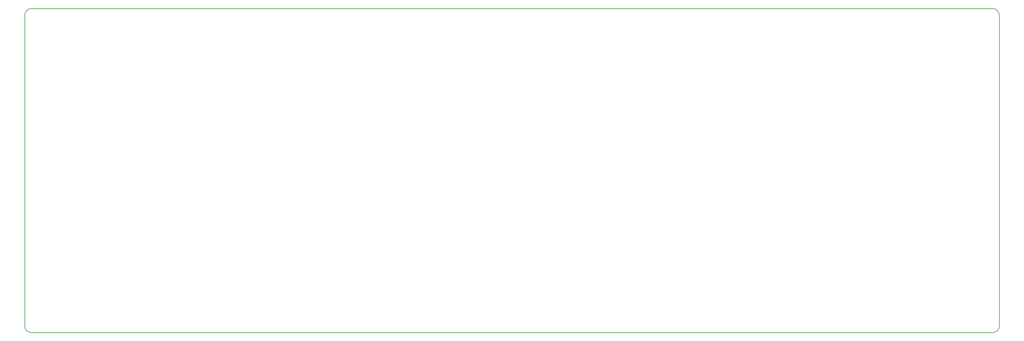
<source format=gbr>
%TF.GenerationSoftware,KiCad,Pcbnew,(6.0.0)*%
%TF.CreationDate,2022-12-27T13:23:36-08:00*%
%TF.ProjectId,denna,64656e6e-612e-46b6-9963-61645f706362,rev?*%
%TF.SameCoordinates,Original*%
%TF.FileFunction,Profile,NP*%
%FSLAX46Y46*%
G04 Gerber Fmt 4.6, Leading zero omitted, Abs format (unit mm)*
G04 Created by KiCad (PCBNEW (6.0.0)) date 2022-12-27 13:23:36*
%MOMM*%
%LPD*%
G01*
G04 APERTURE LIST*
%TA.AperFunction,Profile*%
%ADD10C,0.200000*%
%TD*%
G04 APERTURE END LIST*
D10*
X304800761Y-112315902D02*
X304800762Y-21034423D01*
X304800762Y-21034423D02*
G75*
G03*
X302816382Y-19050055I-1984375J-7D01*
G01*
X302816393Y-114300282D02*
G75*
G03*
X304800761Y-112315902I-7J1984375D01*
G01*
X19050054Y-112315913D02*
X19050055Y-21034434D01*
X19050054Y-112315913D02*
G75*
G03*
X21034434Y-114300281I1984375J7D01*
G01*
X21034423Y-19050054D02*
G75*
G03*
X19050055Y-21034434I7J-1984375D01*
G01*
X21034434Y-114300281D02*
X302816393Y-114300282D01*
X21034423Y-19050054D02*
X302816382Y-19050055D01*
M02*

</source>
